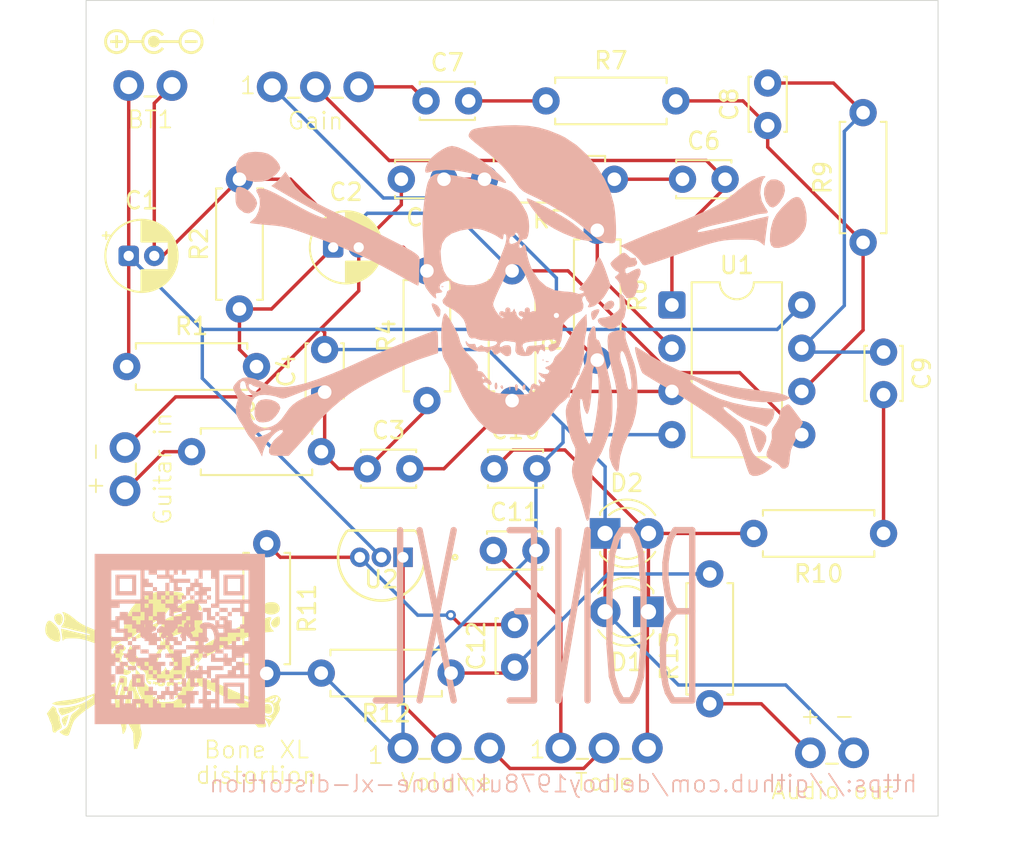
<source format=kicad_pcb>
(kicad_pcb (version 20241229) (generator "pcbnew") (generator_version "9.0")
  (title_block (title "Bone XL Distotion Pedal") (date "2025-07-21") (rev "v1.0.0"))
  (layers (0 "F.Cu" signal) (2 "B.Cu" signal) (13 "F.Paste" user) (15 "B.Paste" user) (5 "F.SilkS" user "F.Silkscreen") (7 "B.SilkS" user "B.Silkscreen") (1 "F.Mask" user) (3 "B.Mask" user) (25 "Edge.Cuts" user))
  (net 0 "")
  (net 1 "VCC")
  (net 2 "GND")
  (net 3 "/Vref")
  (net 4 "Net-(U1A-+)")
  (net 5 "Net-(C3-Pad1)")
  (net 6 "Net-(C5-Pad1)")
  (net 7 "Net-(C6-Pad2)")
  (net 8 "Net-(U1A--)")
  (net 9 "Net-(C7-Pad2)")
  (net 10 "Net-(C7-Pad1)")
  (net 11 "Net-(C8-Pad2)")
  (net 12 "Net-(U1B--)")
  (net 13 "Net-(C9-Pad2)")
  (net 14 "Net-(D1-K)")
  (net 15 "Net-(C11-Pad1)")
  (net 16 "Net-(C12-Pad1)")
  (net 17 "Net-(U2-G)")
  (net 18 "Net-(J1-PadS)")
  (net 19 "Net-(J2-PadS)")
  (net 20 "Net-(R6-Pad2)")
  (net 21 "Net-(RV2-Pad2)")
  (net 22 "Net-(U2-D)")
  (footprint "standard_symbols:negative_power" (layer "F.Cu") (at 154 70)
    (property "Reference" "G***" (hide yes))
    (property "Value" "LOGO" (hide yes))
  )
  (footprint "standard_symbols:THT_Wire_Holes_x3" (layer "F.Cu") (at 171.14 113.9)
    (property "Reference" "Volume" (at 0 -0.5 0) (layer "F.SilkS") (effects (font (thickness 0.1))))
    (property "Value" "100kΩ")
    (pad "1" thru_hole circle (at -2.54 -2.5 270) (size 1.8 1.8) (drill 1) (layers "*.Cu" "*.Mask") (net 2 "GND"))
    (pad "2" thru_hole circle (at 0 -2.5 270) (size 1.8 1.8) (drill 1) (layers "*.Cu" "*.Mask") (net 22 "Net-(U2-D)"))
    (pad "3" thru_hole circle (at 2.54 -2.5 270) (size 1.8 1.8) (drill 1) (layers "*.Cu" "*.Mask") (net 21 "Net-(RV2-Pad2)"))
  )
  (footprint "standard_symbols:text" (layer "F.Cu") (at 160 113.5)
    (property "Reference" "distortion" (at 0 -0.5 0) (layer "F.SilkS") (effects (font (thickness 0.1))))
    (property "Value" "Text")
  )
  (footprint "standard_symbols:THT_Offboard_Audio" (layer "F.Cu") (at 193.8 114.4)
    (property "Reference" "Audio out" (at 0 -0.5 0) (layer "F.SilkS") (effects (font (thickness 0.1))))
    (property "Value" "AudioJack2")
    (pad "S" thru_hole circle (at -1.2954 -2.7178 270) (size 1.8 1.8) (drill 1) (layers "*.Cu" "*.Mask") (net 19 "Net-(J2-PadS)"))
    (pad "T" thru_hole circle (at 1.2446 -2.7178 270) (size 1.8 1.8) (drill 1) (layers "*.Cu" "*.Mask") (net 2 "GND"))
  )
  (footprint "Capacitor_THT:C_Disc_D3.0mm_W2.0mm_P2.50mm" (layer "F.Cu") (at 175.15 106.65 90)
    (property "Reference" "C12" (at 1.25 -2.25 90) (layer "F.SilkS"))
    (property "Value" "1µF")
    (pad "1" thru_hole circle (at 0 0 90) (size 1.6 1.6) (drill 0.8) (layers "*.Cu" "*.Mask") (net 16 "Net-(C12-Pad1)"))
    (pad "2" thru_hole circle (at 2.5 0 90) (size 1.6 1.6) (drill 0.8) (layers "*.Cu" "*.Mask") (net 17 "Net-(U2-G)"))
  )
  (footprint "Package_DIP:DIP-8_W7.62mm" (layer "F.Cu") (at 184.38 85.38)
    (property "Reference" "U1" (at 3.81 -2.33 0) (layer "F.SilkS"))
    (property "Value" "LM358")
    (pad "1" thru_hole roundrect (at 0 0) (size 1.6 1.6) (drill 0.8) (layers "*.Cu" "*.Mask") (roundrect_rratio 0.15625) (net 7 "Net-(C6-Pad2)"))
    (pad "2" thru_hole circle (at 0 2.54) (size 1.6 1.6) (drill 0.8) (layers "*.Cu" "*.Mask") (net 8 "Net-(U1A--)"))
    (pad "3" thru_hole circle (at 0 5.08) (size 1.6 1.6) (drill 0.8) (layers "*.Cu" "*.Mask") (net 4 "Net-(U1A-+)"))
    (pad "4" thru_hole circle (at 0 7.62) (size 1.6 1.6) (drill 0.8) (layers "*.Cu" "*.Mask") (net 2 "GND"))
    (pad "5" thru_hole circle (at 7.62 7.62) (size 1.6 1.6) (drill 0.8) (layers "*.Cu" "*.Mask") (net 3 "/Vref"))
    (pad "6" thru_hole circle (at 7.62 5.08) (size 1.6 1.6) (drill 0.8) (layers "*.Cu" "*.Mask") (net 12 "Net-(U1B--)"))
    (pad "7" thru_hole circle (at 7.62 2.54) (size 1.6 1.6) (drill 0.8) (layers "*.Cu" "*.Mask") (net 11 "Net-(C8-Pad2)"))
    (pad "8" thru_hole circle (at 7.62 0) (size 1.6 1.6) (drill 0.8) (layers "*.Cu" "*.Mask") (net 1 "VCC"))
  )
  (footprint "Resistor_THT:R_Axial_DIN0207_L6.3mm_D2.5mm_P7.62mm_Horizontal" (layer "F.Cu") (at 186.6 108.8 90)
    (property "Reference" "R13" (at 2.8 -2.37 90) (layer "F.SilkS"))
    (property "Value" "220Ω")
    (pad "1" thru_hole circle (at 0 0 90) (size 1.6 1.6) (drill 0.8) (layers "*.Cu" "*.Mask") (net 19 "Net-(J2-PadS)"))
    (pad "2" thru_hole circle (at 7.62 0 90) (size 1.6 1.6) (drill 0.8) (layers "*.Cu" "*.Mask") (net 16 "Net-(C12-Pad1)"))
  )
  (footprint "Resistor_THT:R_Axial_DIN0207_L6.3mm_D2.5mm_P7.62mm_Horizontal" (layer "F.Cu") (at 170 91 90)
    (property "Reference" "R4" (at 3.81 -2.37 90) (layer "F.SilkS"))
    (property "Value" "1MΩ")
    (pad "1" thru_hole circle (at 0 0 90) (size 1.6 1.6) (drill 0.8) (layers "*.Cu" "*.Mask") (net 5 "Net-(C3-Pad1)"))
    (pad "2" thru_hole circle (at 7.62 0 90) (size 1.6 1.6) (drill 0.8) (layers "*.Cu" "*.Mask") (net 2 "GND"))
  )
  (footprint "Capacitor_THT:C_Disc_D3.0mm_W2.0mm_P2.50mm" (layer "F.Cu") (at 190 74.85 90)
    (property "Reference" "C8" (at 1.25 -2.25 90) (layer "F.SilkS"))
    (property "Value" "100pF")
    (pad "1" thru_hole circle (at 0 0 90) (size 1.6 1.6) (drill 0.8) (layers "*.Cu" "*.Mask") (net 12 "Net-(U1B--)"))
    (pad "2" thru_hole circle (at 2.5 0 90) (size 1.6 1.6) (drill 0.8) (layers "*.Cu" "*.Mask") (net 11 "Net-(C8-Pad2)"))
  )
  (footprint "Resistor_THT:R_Axial_DIN0207_L6.3mm_D2.5mm_P7.62mm_Horizontal" (layer "F.Cu") (at 180 81 -90)
    (property "Reference" "R6" (at 3.81 -2.37 90) (layer "F.SilkS"))
    (property "Value" "2.2kΩ")
    (pad "1" thru_hole circle (at 0 0 270) (size 1.6 1.6) (drill 0.8) (layers "*.Cu" "*.Mask") (net 8 "Net-(U1A--)"))
    (pad "2" thru_hole circle (at 7.62 0 270) (size 1.6 1.6) (drill 0.8) (layers "*.Cu" "*.Mask") (net 20 "Net-(R6-Pad2)"))
  )
  (footprint "footprints:TO-92-3_4P58X4P58_ONS" (layer "F.Cu") (at 168.6 100.2 180)
    (property "Reference" "U2" (at 1.27 -1.3 0) (layer "F.SilkS"))
    (property "Value" "J201")
    (pad "1" thru_hole rect (at 0 0 180) (size 1.143 1.143) (drill 0.635) (layers "*.Cu" "*.Mask") (net 22 "Net-(U2-D)"))
    (pad "2" thru_hole circle (at 1.27 0 180) (size 1.143 1.143) (drill 0.635) (layers "*.Cu" "*.Mask") (net 1 "VCC"))
    (pad "3" thru_hole circle (at 2.54 0 180) (size 1.143 1.143) (drill 0.635) (layers "*.Cu" "*.Mask") (net 17 "Net-(U2-G)"))
  )
  (footprint "LED_THT:LED_D3.0mm" (layer "F.Cu") (at 183 103.4 180)
    (property "Reference" "D1" (at 1.27 -2.96 0) (layer "F.SilkS"))
    (property "Value" "LED")
    (pad "1" thru_hole rect (at 0 0 180) (size 1.8 1.8) (drill 0.9) (layers "*.Cu" "*.Mask") (net 14 "Net-(D1-K)"))
    (pad "2" thru_hole circle (at 2.54 0 180) (size 1.8 1.8) (drill 0.9) (layers "*.Cu" "*.Mask") (net 2 "GND"))
  )
  (footprint "standard_symbols:bone_logo_10mm" (layer "F.Cu") (at 154.5 107)
    (property "Reference" "G***" (hide yes))
    (property "Value" "LOGO" (hide yes))
  )
  (footprint "Resistor_THT:R_Axial_DIN0207_L6.3mm_D2.5mm_P7.62mm_Horizontal" (layer "F.Cu") (at 159 85.62 90)
    (property "Reference" "R2" (at 3.81 -2.37 90) (layer "F.SilkS"))
    (property "Value" "10kΩ")
    (pad "1" thru_hole circle (at 0 0 90) (size 1.6 1.6) (drill 0.8) (layers "*.Cu" "*.Mask") (net 3 "/Vref"))
    (pad "2" thru_hole circle (at 7.62 0 90) (size 1.6 1.6) (drill 0.8) (layers "*.Cu" "*.Mask") (net 2 "GND"))
  )
  (footprint "Capacitor_THT:C_Disc_D3.0mm_W2.0mm_P2.50mm" (layer "F.Cu") (at 171 78 180)
    (property "Reference" "C5" (at 1.25 -2.25 0) (layer "F.SilkS"))
    (property "Value" "47nF")
    (pad "1" thru_hole circle (at 0 0 180) (size 1.6 1.6) (drill 0.8) (layers "*.Cu" "*.Mask") (net 6 "Net-(C5-Pad1)"))
    (pad "2" thru_hole circle (at 2.5 0 180) (size 1.6 1.6) (drill 0.8) (layers "*.Cu" "*.Mask") (net 2 "GND"))
  )
  (footprint "standard_symbols:text" (layer "F.Cu") (at 176.5 112)
    (property "Reference" "1" (at 0 -0.5 0) (layer "F.SilkS") (effects (font (thickness 0.1))))
    (property "Value" "Text" (hide yes))
  )
  (footprint "Resistor_THT:R_Axial_DIN0207_L6.3mm_D2.5mm_P7.62mm_Horizontal" (layer "F.Cu") (at 181 78 180)
    (property "Reference" "R5" (at 3.81 -2.37 0) (layer "F.SilkS"))
    (property "Value" "4.7kΩ")
    (pad "1" thru_hole circle (at 0 0 180) (size 1.6 1.6) (drill 0.8) (layers "*.Cu" "*.Mask") (net 8 "Net-(U1A--)"))
    (pad "2" thru_hole circle (at 7.62 0 180) (size 1.6 1.6) (drill 0.8) (layers "*.Cu" "*.Mask") (net 6 "Net-(C5-Pad1)"))
  )
  (footprint "Capacitor_THT:CP_Radial_D4.0mm_P1.50mm" (layer "F.Cu") (at 164.5 82)
    (property "Reference" "C2" (at 0.75 -3.25 0) (layer "F.SilkS"))
    (property "Value" "47µF")
    (pad "1" thru_hole roundrect (at 0 0) (size 1.2 1.2) (drill 0.6) (layers "*.Cu" "*.Mask") (roundrect_rratio 0.208333) (net 3 "/Vref"))
    (pad "2" thru_hole circle (at 1.5 0) (size 1.2 1.2) (drill 0.6) (layers "*.Cu" "*.Mask") (net 2 "GND"))
  )
  (footprint "standard_symbols:text" (layer "F.Cu") (at 167 112.325)
    (property "Reference" "1" (at 0 -0.5 0) (layer "F.SilkS") (effects (font (thickness 0.1))))
    (property "Value" "Text" (hide yes))
  )
  (footprint "Resistor_THT:R_Axial_DIN0207_L6.3mm_D2.5mm_P7.62mm_Horizontal" (layer "F.Cu") (at 195.6 81.71 90)
    (property "Reference" "R9" (at 3.81 -2.37 90) (layer "F.SilkS"))
    (property "Value" "680kΩ")
    (pad "1" thru_hole circle (at 0 0 90) (size 1.6 1.6) (drill 0.8) (layers "*.Cu" "*.Mask") (net 12 "Net-(U1B--)"))
    (pad "2" thru_hole circle (at 7.62 0 90) (size 1.6 1.6) (drill 0.8) (layers "*.Cu" "*.Mask") (net 11 "Net-(C8-Pad2)"))
  )
  (footprint "standard_symbols:text" (layer "F.Cu") (at 193.5 110)
    (property "Reference" "+ -" (at 0 -0.5 0) (layer "F.SilkS") (effects (font (thickness 0.1))))
    (property "Value" "Text" (hide yes))
  )
  (footprint "standard_symbols:THT_Wire_Holes_x2" (layer "F.Cu") (at 153.77 75)
    (property "Reference" "BT1" (at 0 -0.5 0) (layer "F.SilkS") (effects (font (thickness 0.1))))
    (property "Value" "9V")
    (pad "1" thru_hole circle (at -1.27 -2.5 270) (size 1.8 1.8) (drill 1) (layers "*.Cu" "*.Mask") (net 1 "VCC"))
    (pad "2" thru_hole circle (at 1.27 -2.5 270) (size 1.8 1.8) (drill 1) (layers "*.Cu" "*.Mask") (net 2 "GND"))
  )
  (footprint "Capacitor_THT:C_Disc_D3.0mm_W2.0mm_P2.50mm" (layer "F.Cu") (at 169.95 73.4)
    (property "Reference" "C7" (at 1.25 -2.25 0) (layer "F.SilkS"))
    (property "Value" "680nF")
    (pad "1" thru_hole circle (at 0 0) (size 1.6 1.6) (drill 0.8) (layers "*.Cu" "*.Mask") (net 10 "Net-(C7-Pad1)"))
    (pad "2" thru_hole circle (at 2.5 0) (size 1.6 1.6) (drill 0.8) (layers "*.Cu" "*.Mask") (net 9 "Net-(C7-Pad2)"))
  )
  (footprint "MountingHole:MountingHole_2.1mm" (layer "F.Cu") (at 197 106.5)
    (property "Reference" "REF**" (hide yes))
    (property "Value" "MountingHole_2.1mm")
    (pad "" np_thru_hole circle (at 0 0) (size 2.1 2.1) (drill 2.1) (layers "*.Cu" "*.Mask"))
  )
  (footprint "standard_symbols:THT_Wire_Holes_x3" (layer "F.Cu") (at 180.4 113.9)
    (property "Reference" "Tone" (at 0 -0.5 0) (layer "F.SilkS") (effects (font (thickness 0.1))))
    (property "Value" "10kΩ")
    (pad "1" thru_hole circle (at -2.54 -2.5 270) (size 1.8 1.8) (drill 1) (layers "*.Cu" "*.Mask") (net 15 "Net-(C11-Pad1)"))
    (pad "2" thru_hole circle (at 0 -2.5 270) (size 1.8 1.8) (drill 1) (layers "*.Cu" "*.Mask") (net 21 "Net-(RV2-Pad2)"))
    (pad "3" thru_hole circle (at 2.54 -2.5 270) (size 1.8 1.8) (drill 1) (layers "*.Cu" "*.Mask") (net 14 "Net-(D1-K)"))
  )
  (footprint "standard_symbols:THT_Wire_Holes_x3" (layer "F.Cu") (at 163.46 75.075)
    (property "Reference" "Gain" (at 0 -0.5 0) (layer "F.SilkS") (effects (font (thickness 0.1))))
    (property "Value" "100kΩ")
    (pad "1" thru_hole circle (at -2.54 -2.5 270) (size 1.8 1.8) (drill 1) (layers "*.Cu" "*.Mask") (net 20 "Net-(R6-Pad2)"))
    (pad "2" thru_hole circle (at 0 -2.5 270) (size 1.8 1.8) (drill 1) (layers "*.Cu" "*.Mask") (net 7 "Net-(C6-Pad2)"))
    (pad "3" thru_hole circle (at 2.54 -2.5 270) (size 1.8 1.8) (drill 1) (layers "*.Cu" "*.Mask") (net 10 "Net-(C7-Pad1)"))
  )
  (footprint "Resistor_THT:R_Axial_DIN0207_L6.3mm_D2.5mm_P7.62mm_Horizontal" (layer "F.Cu") (at 152.38 89)
    (property "Reference" "R1" (at 3.81 -2.37 0) (layer "F.SilkS"))
    (property "Value" "10kΩ")
    (pad "1" thru_hole circle (at 0 0) (size 1.6 1.6) (drill 0.8) (layers "*.Cu" "*.Mask") (net 1 "VCC"))
    (pad "2" thru_hole circle (at 7.62 0) (size 1.6 1.6) (drill 0.8) (layers "*.Cu" "*.Mask") (net 3 "/Vref"))
  )
  (footprint "MountingHole:MountingHole_2.1mm" (layer "F.Cu") (at 153 112.5)
    (property "Reference" "mount hole" (hide yes))
    (property "Value" "MountingHole_2.1mm")
    (pad "" np_thru_hole circle (at 0 0) (size 2.1 2.1) (drill 2.1) (layers "*.Cu" "*.Mask"))
  )
  (footprint "standard_symbols:text" (layer "F.Cu") (at 151 95 90)
    (property "Reference" "+ -" (at 0 -0.5 90) (layer "F.SilkS") (effects (font (thickness 0.1))))
    (property "Value" "Text" (hide yes))
  )
  (footprint "LED_THT:LED_D3.0mm" (layer "F.Cu") (at 180.46 98.8)
    (property "Reference" "D2" (at 1.27 -2.96 0) (layer "F.SilkS"))
    (property "Value" "LED")
    (pad "1" thru_hole rect (at 0 0) (size 1.8 1.8) (drill 0.9) (layers "*.Cu" "*.Mask") (net 2 "GND"))
    (pad "2" thru_hole circle (at 2.54 0) (size 1.8 1.8) (drill 0.9) (layers "*.Cu" "*.Mask") (net 14 "Net-(D1-K)"))
  )
  (footprint "Resistor_THT:R_Axial_DIN0207_L6.3mm_D2.5mm_P7.62mm_Horizontal" (layer "F.Cu") (at 196.8 98.8 180)
    (property "Reference" "R10" (at 3.81 -2.37 0) (layer "F.SilkS"))
    (property "Value" "1kΩ")
    (pad "1" thru_hole circle (at 0 0 180) (size 1.6 1.6) (drill 0.8) (layers "*.Cu" "*.Mask") (net 13 "Net-(C9-Pad2)"))
    (pad "2" thru_hole circle (at 7.62 0 180) (size 1.6 1.6) (drill 0.8) (layers "*.Cu" "*.Mask") (net 14 "Net-(D1-K)"))
  )
  (footprint "Capacitor_THT:C_Disc_D3.0mm_W2.0mm_P2.50mm" (layer "F.Cu") (at 166.5 95)
    (property "Reference" "C3" (at 1.25 -2.25 0) (layer "F.SilkS"))
    (property "Value" "22nF")
    (pad "1" thru_hole circle (at 0 0) (size 1.6 1.6) (drill 0.8) (layers "*.Cu" "*.Mask") (net 5 "Net-(C3-Pad1)"))
    (pad "2" thru_hole circle (at 2.5 0) (size 1.6 1.6) (drill 0.8) (layers "*.Cu" "*.Mask") (net 4 "Net-(U1A-+)"))
  )
  (footprint "Capacitor_THT:C_Disc_D3.0mm_W2.0mm_P2.50mm" (layer "F.Cu") (at 185 78)
    (property "Reference" "C6" (at 1.25 -2.25 0) (layer "F.SilkS"))
    (property "Value" "50pF")
    (pad "1" thru_hole circle (at 0 0) (size 1.6 1.6) (drill 0.8) (layers "*.Cu" "*.Mask") (net 8 "Net-(U1A--)"))
    (pad "2" thru_hole circle (at 2.5 0) (size 1.6 1.6) (drill 0.8) (layers "*.Cu" "*.Mask") (net 7 "Net-(C6-Pad2)"))
  )
  (footprint "Resistor_THT:R_Axial_DIN0207_L6.3mm_D2.5mm_P7.62mm_Horizontal" (layer "F.Cu") (at 176.99 73.4)
    (property "Reference" "R7" (at 3.81 -2.37 0) (layer "F.SilkS"))
    (property "Value" "10kΩ")
    (pad "1" thru_hole circle (at 0 0) (size 1.6 1.6) (drill 0.8) (layers "*.Cu" "*.Mask") (net 9 "Net-(C7-Pad2)"))
    (pad "2" thru_hole circle (at 7.62 0) (size 1.6 1.6) (drill 0.8) (layers "*.Cu" "*.Mask") (net 12 "Net-(U1B--)"))
  )
  (footprint "standard_symbols:text" (layer "F.Cu") (at 160 112)
    (property "Reference" "Bone XL" (at 0 -0.5 0) (layer "F.SilkS") (effects (font (thickness 0.1))))
    (property "Value" "Text")
  )
  (footprint "MountingHole:MountingHole_2.1mm" (layer "F.Cu") (at 197 70.5)
    (property "Reference" "REF**" (hide yes))
    (property "Value" "MountingHole_2.1mm")
    (pad "" np_thru_hole circle (at 0 0) (size 2.1 2.1) (drill 2.1) (layers "*.Cu" "*.Mask"))
  )
  (footprint "standard_symbols:THT_Offboard_Audio" (layer "F.Cu") (at 155 95 90)
    (property "Reference" "Guitar in" (at 0 -0.5 90) (layer "F.SilkS") (effects (font (thickness 0.1))))
    (property "Value" "AudioJack2")
    (pad "S" thru_hole circle (at -1.2954 -2.7178) (size 1.8 1.8) (drill 1) (layers "*.Cu" "*.Mask") (net 18 "Net-(J1-PadS)"))
    (pad "T" thru_hole circle (at 1.2446 -2.7178) (size 1.8 1.8) (drill 1) (layers "*.Cu" "*.Mask") (net 2 "GND"))
  )
  (footprint "Capacitor_THT:C_Disc_D3.0mm_W2.0mm_P2.50mm" (layer "F.Cu") (at 173.95 95)
    (property "Reference" "C10" (at 1.25 -2.25 0) (layer "F.SilkS"))
    (property "Value" "22nF")
    (pad "1" thru_hole circle (at 0 0) (size 1.6 1.6) (drill 0.8) (layers "*.Cu" "*.Mask") (net 14 "Net-(D1-K)"))
    (pad "2" thru_hole circle (at 2.5 0) (size 1.6 1.6) (drill 0.8) (layers "*.Cu" "*.Mask") (net 2 "GND"))
  )
  (footprint "Capacitor_THT:CP_Radial_D4.0mm_P1.50mm" (layer "F.Cu") (at 152.5 82.5)
    (property "Reference" "C1" (at 0.75 -3.25 0) (layer "F.SilkS"))
    (property "Value" "47µF")
    (pad "1" thru_hole roundrect (at 0 0) (size 1.2 1.2) (drill 0.6) (layers "*.Cu" "*.Mask") (roundrect_rratio 0.208333) (net 1 "VCC"))
    (pad "2" thru_hole circle (at 1.5 0) (size 1.2 1.2) (drill 0.6) (layers "*.Cu" "*.Mask") (net 2 "GND"))
  )
  (footprint "Resistor_THT:R_Axial_DIN0207_L6.3mm_D2.5mm_P7.62mm_Horizontal" (layer "F.Cu") (at 160.6 99.4 -90)
    (property "Reference" "R11" (at 3.81 -2.37 90) (layer "F.SilkS"))
    (property "Value" "10kΩ")
    (pad "1" thru_hole circle (at 0 0 270) (size 1.6 1.6) (drill 0.8) (layers "*.Cu" "*.Mask") (net 17 "Net-(U2-G)"))
    (pad "2" thru_hole circle (at 7.62 0 270) (size 1.6 1.6) (drill 0.8) (layers "*.Cu" "*.Mask") (net 2 "GND"))
  )
  (footprint "Resistor_THT:R_Axial_DIN0207_L6.3mm_D2.5mm_P7.62mm_Horizontal" (layer "F.Cu") (at 171.42 107 180)
    (property "Reference" "R12" (at 3.81 -2.37 0) (layer "F.SilkS"))
    (property "Value" "10kΩ")
    (pad "1" thru_hole circle (at 0 0 180) (size 1.6 1.6) (drill 0.8) (layers "*.Cu" "*.Mask") (net 16 "Net-(C12-Pad1)"))
    (pad "2" thru_hole circle (at 7.62 0 180) (size 1.6 1.6) (drill 0.8) (layers "*.Cu" "*.Mask") (net 2 "GND"))
  )
  (footprint "Capacitor_THT:C_Disc_D3.0mm_W2.0mm_P2.50mm" (layer "F.Cu") (at 196.8 88.15 -90)
    (property "Reference" "C9" (at 1.25 -2.25 90) (layer "F.SilkS"))
    (property "Value" "1µF")
    (pad "1" thru_hole circle (at 0 0 270) (size 1.6 1.6) (drill 0.8) (layers "*.Cu" "*.Mask") (net 11 "Net-(C8-Pad2)"))
    (pad "2" thru_hole circle (at 2.5 0 270) (size 1.6 1.6) (drill 0.8) (layers "*.Cu" "*.Mask") (net 13 "Net-(C9-Pad2)"))
  )
  (footprint "standard_symbols:text" (layer "F.Cu") (at 161 71)
    (property "Reference" "1" (at -1.5 1.5 0) (layer "F.SilkS") (effects (font (thickness 0.1))))
    (property "Value" "Text" (hide yes))
  )
  (footprint "Resistor_THT:R_Axial_DIN0207_L6.3mm_D2.5mm_P7.62mm_Horizontal" (layer "F.Cu") (at 156.19 94)
    (property "Reference" "R3" (at 3.81 -2.37 0) (layer "F.SilkS"))
    (property "Value" "10kΩ")
    (pad "1" thru_hole circle (at 0 0) (size 1.6 1.6) (drill 0.8) (layers "*.Cu" "*.Mask") (net 18 "Net-(J1-PadS)"))
    (pad "2" thru_hole circle (at 7.62 0) (size 1.6 1.6) (drill 0.8) (layers "*.Cu" "*.Mask") (net 5 "Net-(C3-Pad1)"))
  )
  (footprint "Resistor_THT:R_Axial_DIN0207_L6.3mm_D2.5mm_P7.62mm_Horizontal" (layer "F.Cu") (at 175 83.38 -90)
    (property "Reference" "R8" (at 3.81 -2.37 90) (layer "F.SilkS"))
    (property "Value" "1MΩ")
    (pad "1" thru_hole circle (at 0 0 270) (size 1.6 1.6) (drill 0.8) (layers "*.Cu" "*.Mask") (net 3 "/Vref"))
    (pad "2" thru_hole circle (at 7.62 0 270) (size 1.6 1.6) (drill 0.8) (layers "*.Cu" "*.Mask") (net 4 "Net-(U1A-+)"))
  )
  (footprint "Capacitor_THT:C_Disc_D3.0mm_W2.0mm_P2.50mm" (layer "F.Cu") (at 173.9 99.8)
    (property "Reference" "C11" (at 1.25 -2.25 0) (layer "F.SilkS"))
    (property "Value" "22nF")
    (pad "1" thru_hole circle (at 0 0) (size 1.6 1.6) (drill 0.8) (layers "*.Cu" "*.Mask") (net 15 "Net-(C11-Pad1)"))
    (pad "2" thru_hole circle (at 2.5 0) (size 1.6 1.6) (drill 0.8) (layers "*.Cu" "*.Mask") (net 2 "GND"))
  )
  (footprint "Capacitor_THT:C_Disc_D3.0mm_W2.0mm_P2.50mm" (layer "F.Cu") (at 164 90.5 90)
    (property "Reference" "C4" (at 1.25 -2.25 90) (layer "F.SilkS"))
    (property "Value" "100pF")
    (pad "1" thru_hole circle (at 0 0 90) (size 1.6 1.6) (drill 0.8) (layers "*.Cu" "*.Mask") (net 5 "Net-(C3-Pad1)"))
    (pad "2" thru_hole circle (at 2.5 0 90) (size 1.6 1.6) (drill 0.8) (layers "*.Cu" "*.Mask") (net 2 "GND"))
  )
  (footprint "standard_symbols:bone_logo_silk_screen" (layer "B.Cu") (at 175.5 86.5 180)
    (property "Reference" "G***" (at 0 0 0) (layer "B.SilkS") (effects (font (size 1.5 1.5) (thickness 0.3)) (justify mirror)))
    (property "Value" "LOGO" (hide yes))
  )
  (footprint "standard_symbols:bone_xl_qr_silkscreen" (layer "B.Cu") (at 155.5 105 180)
    (property "Reference" "G***" (at 0 0 0) (layer "B.SilkS") (effects (font (size 1.5 1.5) (thickness 0.3)) (justify mirror)))
    (property "Value" "LOGO" (hide yes))
  )
  (footprint "standard_symbols:text" (layer "B.Cu") (at 176.5 104.5 180)
    (property "Reference" "BONE XL" (at 0 0.5 0) (layer "B.SilkS") (effects (font (size 10 3) (thickness 0.375)) (justify mirror)))
    (property "Value" "Text")
  )
  (footprint "standard_symbols:text" (layer "B.Cu") (at 178 114 180)
    (property "Reference" "https://github.com/delboy1978uk/bone-xl-distortion" (at 0 0.5 0) (layer "B.SilkS") (effects (font (thickness 0.1)) (justify mirror)))
    (property "Value" "Text")
  )
  (gr_rect (start 150 67.5) (end 200 115.4) (stroke (width 0.05)) (fill no) (layer "Edge.Cuts"))
  (segment (start 152.5 82.5) (end 152.5 88.88) (width 0.2) (layer "F.Cu") (net 1))
  (segment (start 152.5 72.5) (end 152.5 82.5) (width 0.2) (layer "F.Cu") (net 1))
  (segment (start 152.5 88.88) (end 152.38 89) (width 0.2) (layer "F.Cu") (net 1))
  (segment (start 167.33 100.2) (end 156.819 89.689) (width 0.2) (layer "B.Cu") (net 1))
  (segment (start 156.819 86.819) (end 190.561 86.819) (width 0.2) (layer "B.Cu") (net 1))
  (segment (start 156.819 89.689) (end 156.819 86.819) (width 0.2) (layer "B.Cu") (net 1))
  (segment (start 152.5 82.5) (end 156.819 86.819) (width 0.2) (layer "B.Cu") (net 1))
  (segment (start 190.561 86.819) (end 192 85.38) (width 0.2) (layer "B.Cu") (net 1))
  (segment (start 164 87) (end 163.778525 86.778525) (width 0.2) (layer "F.Cu") (net 2))
  (segment (start 166 82) (end 168.62 82) (width 0.2) (layer "F.Cu") (net 2))
  (segment (start 166 84.55705) (end 166 82) (width 0.2) (layer "F.Cu") (net 2))
  (segment (start 152.2822 93.7554) (end 155.25685 90.78075) (width 0.2) (layer "F.Cu") (net 2))
  (segment (start 163.778525 86.778525) (end 166 84.55705) (width 0.2) (layer "F.Cu") (net 2))
  (segment (start 168.5 79.5) (end 166 82) (width 0.2) (layer "F.Cu") (net 2))
  (segment (start 159.7763 90.78075) (end 163.778525 86.778525) (width 0.2) (layer "F.Cu") (net 2))
  (segment (start 180.4 98.86) (end 180.46 98.8) (width 0.2) (layer "F.Cu") (net 2))
  (segment (start 180.46 103.4) (end 180.46 98.8) (width 0.2) (layer "F.Cu") (net 2))
  (segment (start 164 88) (end 164 87) (width 0.2) (layer "F.Cu") (net 2))
  (segment (start 154.5 82.5) (end 154 82.5) (width 0.2) (layer "F.Cu") (net 2))
  (segment (start 168.62 82) (end 170 83.38) (width 0.2) (layer "F.Cu") (net 2))
  (segment (start 176.4 95.05) (end 176.45 95) (width 0.2) (layer "F.Cu") (net 2))
  (segment (start 154 82.5) (end 154 73.54) (width 0.2) (layer "F.Cu") (net 2))
  (segment (start 166 82) (end 162 78) (width 0.2) (layer "F.Cu") (net 2))
  (segment (start 159 78) (end 154.5 82.5) (width 0.2) (layer "F.Cu") (net 2))
  (segment (start 155.25685 90.78075) (end 159.7763 90.78075) (width 0.2) (layer "F.Cu") (net 2))
  (segment (start 168.5 78) (end 168.5 79.5) (width 0.2) (layer "F.Cu") (net 2))
  (segment (start 162 78) (end 159 78) (width 0.2) (layer "F.Cu") (net 2))
  (segment (start 154 73.54) (end 155.04 72.5) (width 0.2) (layer "F.Cu") (net 2))
  (segment (start 176.4 95.05) (end 176.45 95) (width 0.2) (layer "B.Cu") (net 2))
  (segment (start 184.38 93) (end 178.58 93) (width 0.2) (layer "B.Cu") (net 2))
  (segment (start 195.0446 111.6822) (end 191.0614 107.699) (width 0.2) (layer "B.Cu") (net 2))
  (segment (start 180.46 98.8) (end 180.46 94.88) (width 0.2) (layer "B.Cu") (net 2))
  (segment (start 168.6 107.6) (end 176.4 99.8) (width 0.2) (layer "B.Cu") (net 2))
  (segment (start 163.8 107) (end 168.2 111.4) (width 0.2) (layer "B.Cu") (net 2))
  (segment (start 173.58 88) (end 164 88) (width 0.2) (layer "B.Cu") (net 2))
  (segment (start 176.4 99.8) (end 176.4 95.05) (width 0.2) (layer "B.Cu") (net 2))
  (segment (start 184.759 107.699) (end 180.46 103.4) (width 0.2) (layer "B.Cu") (net 2))
  (segment (start 176.45 95) (end 177.99 93.46) (width 0.2) (layer "B.Cu") (net 2))
  (segment (start 180.46 94.88) (end 178.39 92.81) (width 0.2) (layer "B.Cu") (net 2))
  (segment (start 163.78 107.02) (end 163.8 107) (width 0.2) (layer "B.Cu") (net 2))
  (segment (start 177.99 93.46) (end 177.99 92.41) (width 0.2) (layer "B.Cu") (net 2))
  (segment (start 178.39 92.81) (end 177.99 92.41) (width 0.2) (layer "B.Cu") (net 2))
  (segment (start 168.6 111.4) (end 168.6 107.6) (width 0.2) (layer "B.Cu") (net 2))
  (segment (start 178.58 93) (end 178.39 92.81) (width 0.2) (layer "B.Cu") (net 2))
  (segment (start 191.0614 107.699) (end 184.759 107.699) (width 0.2) (layer "B.Cu") (net 2))
  (segment (start 177.99 92.41) (end 173.58 88) (width 0.2) (layer "B.Cu") (net 2))
  (segment (start 168.2 111.4) (end 168.6 111.4) (width 0.2) (layer "B.Cu") (net 2))
  (segment (start 160.6 107.02) (end 163.78 107.02) (width 0.2) (layer "B.Cu") (net 2))
  (segment (start 159 85.62) (end 159 88) (width 0.2) (layer "F.Cu") (net 3))
  (segment (start 159 85.62) (end 160.88 85.62) (width 0.2) (layer "F.Cu") (net 3))
  (segment (start 160.88 85.62) (end 164.5 82) (width 0.2) (layer "F.Cu") (net 3))
  (segment (start 178.28295 83.38) (end 184.26195 89.359) (width 0.2) (layer "F.Cu") (net 3))
  (segment (start 175 83.38) (end 178.28295 83.38) (width 0.2) (layer "F.Cu") (net 3))
  (segment (start 184.26195 89.359) (end 188.359 89.359) (width 0.2) (layer "F.Cu") (net 3))
  (segment (start 188.359 89.359) (end 192 93) (width 0.2) (layer "F.Cu") (net 3))
  (segment (start 159 88) (end 160 89) (width 0.2) (layer "F.Cu") (net 3))
  (segment (start 166.5 80) (end 171.62 80) (width 0.2) (layer "B.Cu") (net 3))
  (segment (start 164.5 82) (end 166.5 80) (width 0.2) (layer "B.Cu") (net 3))
  (segment (start 171.62 80) (end 175 83.38) (width 0.2) (layer "B.Cu") (net 3))
  (segment (start 175 91) (end 176 91) (width 0.2) (layer "F.Cu") (net 4))
  (segment (start 176.54 90.46) (end 184.38 90.46) (width 0.2) (layer "F.Cu") (net 4))
  (segment (start 176 91) (end 176.54 90.46) (width 0.2) (layer "F.Cu") (net 4))
  (segment (start 171 95) (end 175 91) (width 0.2) (layer "F.Cu") (net 4))
  (segment (start 169 95) (end 171 95) (width 0.2) (layer "F.Cu") (net 4))
  (segment (start 166.5 95) (end 164.81 95) (width 0.2) (layer "F.Cu") (net 5))
  (segment (start 164 90.5) (end 164 93.81) (width 0.2) (layer "F.Cu") (net 5))
  (segment (start 170 91) (end 170 91.5) (width 0.2) (layer "F.Cu") (net 5))
  (segment (start 164 93.81) (end 163.81 94) (width 0.2) (layer "F.Cu") (net 5))
  (segment (start 164.81 95) (end 163.81 94) (width 0.2) (layer "F.Cu") (net 5))
  (segment (start 170 91.5) (end 166.5 95) (width 0.2) (layer "F.Cu") (net 5))
  (segment (start 171 78) (end 173.38 78) (width 0.2) (layer "F.Cu") (net 6))
  (segment (start 186.399 76.899) (end 187.5 78) (width 0.2) (layer "F.Cu") (net 7))
  (segment (start 167.784 76.899) (end 186.399 76.899) (width 0.2) (layer "F.Cu") (net 7))
  (segment (start 163.46 72.575) (end 167.784 76.899) (width 0.2) (layer "F.Cu") (net 7))
  (segment (start 184.38 81.62) (end 184.38 85.38) (width 0.2) (layer "F.Cu") (net 7))
  (segment (start 187.5 78) (end 187.5 78.5) (width 0.2) (layer "F.Cu") (net 7))
  (segment (start 187.5 78.5) (end 184.38 81.62) (width 0.2) (layer "F.Cu") (net 7))
  (segment (start 181 78) (end 185 78) (width 0.2) (layer "F.Cu") (net 8))
  (segment (start 180 83.54) (end 180 81) (width 0.2) (layer "F.Cu") (net 8))
  (segment (start 180 81) (end 180 79) (width 0.2) (layer "F.Cu") (net 8))
  (segment (start 180 79) (end 181 78) (width 0.2) (layer "F.Cu") (net 8))
  (segment (start 184.38 87.92) (end 180 83.54) (width 0.2) (layer "F.Cu") (net 8))
  (segment (start 172.45 73.4) (end 176.99 73.4) (width 0.2) (layer "F.Cu") (net 9))
  (segment (start 166 72.575) (end 169.125 72.575) (width 0.2) (layer "F.Cu") (net 10))
  (segment (start 169.125 72.575) (end 169.95 73.4) (width 0.2) (layer "F.Cu") (net 10))
  (segment (start 190 72.35) (end 193.86 72.35) (width 0.2) (layer "F.Cu") (net 11))
  (segment (start 193.86 72.35) (end 195.6 74.09) (width 0.2) (layer "F.Cu") (net 11))
  (segment (start 196.8 88.15) (end 192.23 88.15) (width 0.2) (layer "B.Cu") (net 11))
  (segment (start 192.23 88.15) (end 192 87.92) (width 0.2) (layer "B.Cu") (net 11))
  (segment (start 194.499 85.421) (end 192 87.92) (width 0.2) (layer "B.Cu") (net 11))
  (segment (start 195.6 74.09) (end 194.499 75.191) (width 0.2) (layer "B.Cu") (net 11))
  (segment (start 194.499 75.191) (end 194.499 85.421) (width 0.2) (layer "B.Cu") (net 11))
  (segment (start 188.55 73.4) (end 190 74.85) (width 0.2) (layer "F.Cu") (net 12))
  (segment (start 195.6 86.86) (end 192 90.46) (width 0.2) (layer "F.Cu") (net 12))
  (segment (start 195.6 81.71) (end 195.6 86.86) (width 0.2) (layer "F.Cu") (net 12))
  (segment (start 190 74.85) (end 190 76.11) (width 0.2) (layer "F.Cu") (net 12))
  (segment (start 184.61 73.4) (end 188.55 73.4) (width 0.2) (layer "F.Cu") (net 12))
  (segment (start 190 76.11) (end 195.6 81.71) (width 0.2) (layer "F.Cu") (net 12))
  (segment (start 196.8 98.8) (end 196.8 90.65) (width 0.2) (layer "F.Cu") (net 13))
  (segment (start 178.099 93.899) (end 175.051 93.899) (width 0.2) (layer "F.Cu") (net 14))
  (segment (start 182.94 98.86) (end 183 98.8) (width 0.2) (layer "F.Cu") (net 14))
  (segment (start 175.051 93.899) (end 173.95 95) (width 0.2) (layer "F.Cu") (net 14))
  (segment (start 183 103.4) (end 183 98.8) (width 0.2) (layer "F.Cu") (net 14))
  (segment (start 183 98.8) (end 178.099 93.899) (width 0.2) (layer "F.Cu") (net 14))
  (segment (start 182.94 103.46) (end 183 103.4) (width 0.2) (layer "F.Cu") (net 14))
  (segment (start 182.94 111.4) (end 182.94 103.46) (width 0.2) (layer "F.Cu") (net 14))
  (segment (start 183 98.8) (end 189.18 98.8) (width 0.2) (layer "F.Cu") (net 14))
  (segment (start 177.86 111.4) (end 177.86 103.76) (width 0.2) (layer "F.Cu") (net 15))
  (segment (start 177.86 103.76) (end 173.9 99.8) (width 0.2) (layer "F.Cu") (net 15))
  (segment (start 171.42 107) (end 174.8 107) (width 0.2) (layer "F.Cu") (net 16))
  (segment (start 174.8 107) (end 175.15 106.65) (width 0.2) (layer "F.Cu") (net 16))
  (segment (start 186.6 101.18) (end 180.62 101.18) (width 0.2) (layer "B.Cu") (net 16))
  (segment (start 180.62 101.18) (end 175.15 106.65) (width 0.2) (layer "B.Cu") (net 16))
  (segment (start 171.95 104.15) (end 175.15 104.15) (width 0.2) (layer "F.Cu") (net 17))
  (segment (start 161.399999 100.199999) (end 160.6 99.4) (width 0.2) (layer "F.Cu") (net 17))
  (segment (start 171.4 103.6) (end 171.95 104.15) (width 0.2) (layer "F.Cu") (net 17))
  (segment (start 166.06 100.2) (end 161.399999 100.199999) (width 0.2) (layer "F.Cu") (net 17))
  (via (at 171.4 103.6) (size 0.6) (drill 0.3) (layers "F.Cu" "B.Cu") (net 17))
  (segment (start 169.46 103.6) (end 171.4 103.6) (width 0.2) (layer "B.Cu") (net 17))
  (segment (start 166.06 100.2) (end 169.46 103.6) (width 0.2) (layer "B.Cu") (net 17))
  (segment (start 154.5776 94) (end 152.2822 96.2954) (width 0.2) (layer "F.Cu") (net 18))
  (segment (start 156.19 94) (end 154.5776 94) (width 0.2) (layer "F.Cu") (net 18))
  (segment (start 186.6 108.8) (end 189.6224 108.8) (width 0.2) (layer "F.Cu") (net 19))
  (segment (start 189.6224 108.8) (end 192.5046 111.6822) (width 0.2) (layer "F.Cu") (net 19))
  (segment (start 177.6 86.22) (end 180 88.62) (width 0.2) (layer "F.Cu") (net 20))
  (segment (start 177.6 86) (end 177.6 86.22) (width 0.2) (layer "F.Cu") (net 20))
  (via (at 177.6 86) (size 0.6) (drill 0.3) (layers "F.Cu" "B.Cu") (net 20))
  (segment (start 160.92 72.575) (end 167.446 79.101) (width 0.2) (layer "B.Cu") (net 20))
  (segment (start 167.446 79.101) (end 172.901 79.101) (width 0.2) (layer "B.Cu") (net 20))
  (segment (start 177.6 83.8) (end 177.6 86) (width 0.2) (layer "B.Cu") (net 20))
  (segment (start 172.901 79.101) (end 177.6 83.8) (width 0.2) (layer "B.Cu") (net 20))
  (segment (start 173.68 111.4) (end 174.881 112.601) (width 0.2) (layer "F.Cu") (net 21))
  (segment (start 179.199 112.601) (end 180.4 111.4) (width 0.2) (layer "F.Cu") (net 21))
  (segment (start 174.881 112.601) (end 179.199 112.601) (width 0.2) (layer "F.Cu") (net 21))
  (segment (start 168.6 108.86) (end 171.14 111.4) (width 0.2) (layer "F.Cu") (net 22))
  (segment (start 168.6 100.2) (end 168.6 108.86) (width 0.2) (layer "F.Cu") (net 22))
)
</source>
